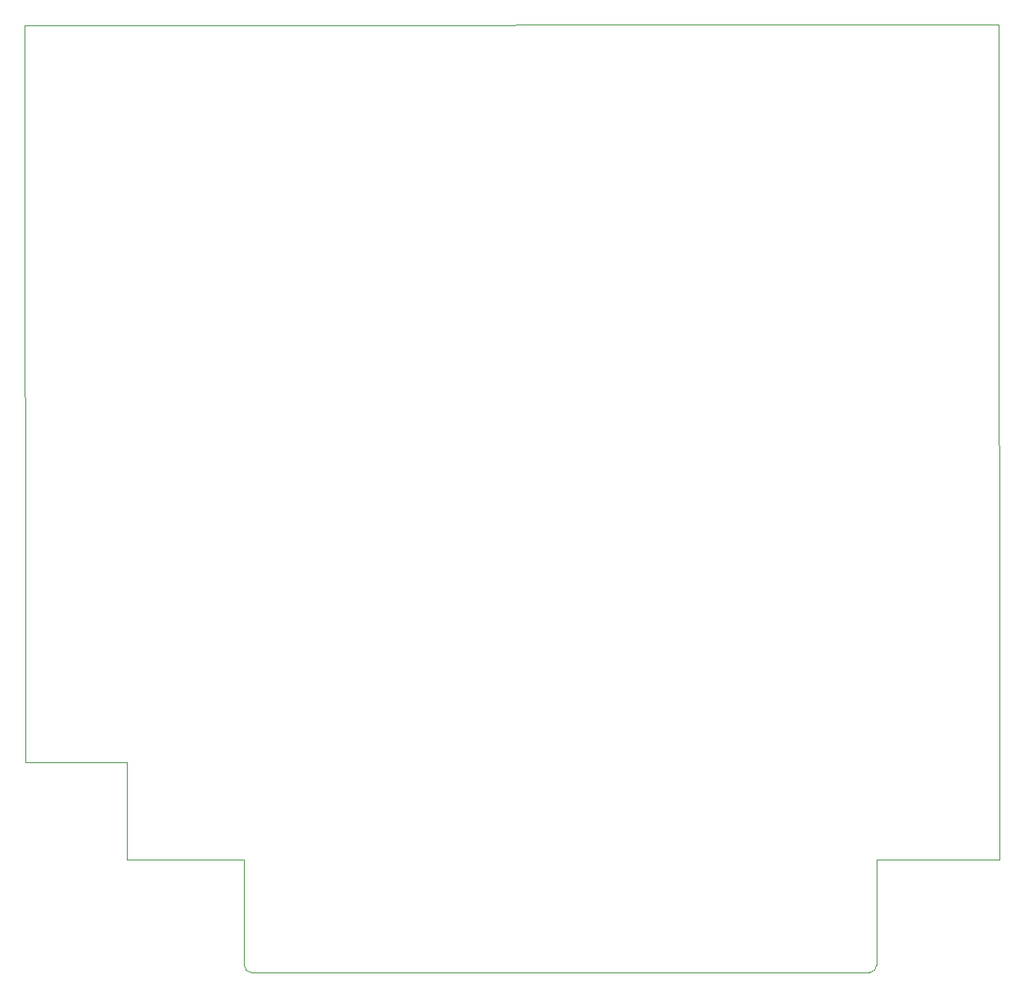
<source format=gbr>
%TF.GenerationSoftware,KiCad,Pcbnew,(7.0.0)*%
%TF.CreationDate,2023-04-19T13:17:30+09:00*%
%TF.ProjectId,project4,70726f6a-6563-4743-942e-6b696361645f,1.5*%
%TF.SameCoordinates,Original*%
%TF.FileFunction,Profile,NP*%
%FSLAX46Y46*%
G04 Gerber Fmt 4.6, Leading zero omitted, Abs format (unit mm)*
G04 Created by KiCad (PCBNEW (7.0.0)) date 2023-04-19 13:17:30*
%MOMM*%
%LPD*%
G01*
G04 APERTURE LIST*
%TA.AperFunction,Profile*%
%ADD10C,0.100000*%
%TD*%
G04 APERTURE END LIST*
D10*
X177129129Y-138985958D02*
X189811474Y-138989485D01*
X111712458Y-149930617D02*
X111712921Y-138993820D01*
X111712457Y-149930617D02*
G75*
G03*
X112513878Y-150735933I805343J17D01*
G01*
X99617081Y-138993820D02*
X99614993Y-128978267D01*
X177132487Y-149943695D02*
X177129129Y-138985958D01*
X189764033Y-52539970D02*
X189811474Y-138989485D01*
X111712921Y-138993820D02*
X99617081Y-138993820D01*
X89085372Y-128983883D02*
X89034063Y-52617720D01*
X112513878Y-150735934D02*
X176363958Y-150723946D01*
X176363959Y-150723997D02*
G75*
G03*
X177132487Y-149943695I-11859J780297D01*
G01*
X89034063Y-52617720D02*
X189764033Y-52539970D01*
X99614993Y-128978267D02*
X89085372Y-128983883D01*
M02*

</source>
